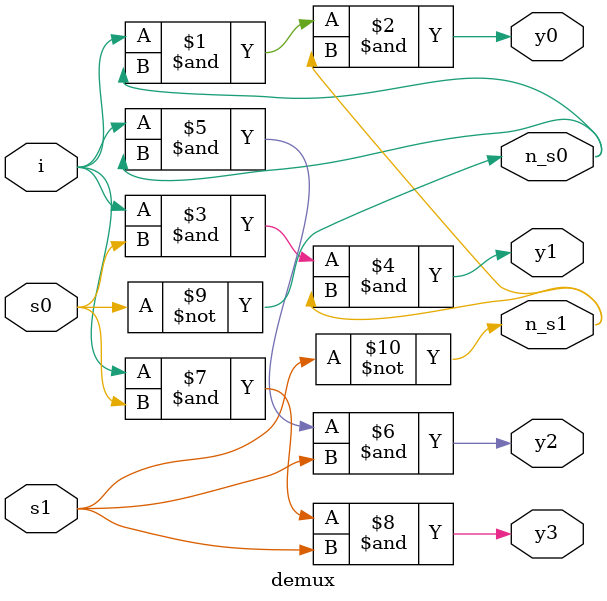
<source format=v>
`timescale 1ns / 1ps


module demux(i,y0,y1,y2,y3,s0,s1,n_s0,n_s1);
input i,s0,s1;
output y0,y1,y2,y3,n_s0,n_s1;

not(n_s0,s0);
not(n_s1,s1);

and(y0,i,n_s0,n_s1);
and(y1,i,s0,n_s1);
and(y2,i,n_s0,s1);
and(y3,i,s0,s1);

endmodule

</source>
